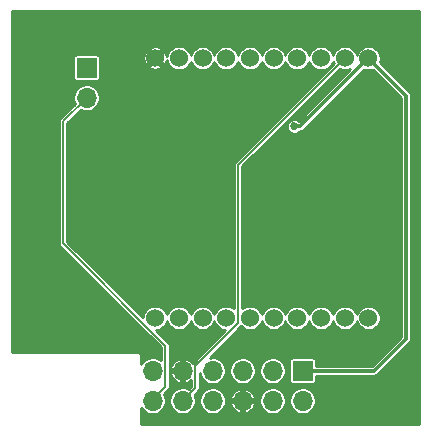
<source format=gbr>
%TF.GenerationSoftware,KiCad,Pcbnew,(5.1.10)-1*%
%TF.CreationDate,2021-09-03T10:18:15+02:00*%
%TF.ProjectId,Rpi_Adapter,5270695f-4164-4617-9074-65722e6b6963,2L_3*%
%TF.SameCoordinates,Original*%
%TF.FileFunction,Copper,L2,Bot*%
%TF.FilePolarity,Positive*%
%FSLAX46Y46*%
G04 Gerber Fmt 4.6, Leading zero omitted, Abs format (unit mm)*
G04 Created by KiCad (PCBNEW (5.1.10)-1) date 2021-09-03 10:18:15*
%MOMM*%
%LPD*%
G01*
G04 APERTURE LIST*
%TA.AperFunction,ComponentPad*%
%ADD10C,1.524000*%
%TD*%
%TA.AperFunction,ComponentPad*%
%ADD11O,1.700000X1.700000*%
%TD*%
%TA.AperFunction,ComponentPad*%
%ADD12R,1.700000X1.700000*%
%TD*%
%TA.AperFunction,ViaPad*%
%ADD13C,0.685800*%
%TD*%
%TA.AperFunction,Conductor*%
%ADD14C,0.304800*%
%TD*%
%TA.AperFunction,Conductor*%
%ADD15C,0.152400*%
%TD*%
%TA.AperFunction,Conductor*%
%ADD16C,0.254000*%
%TD*%
%TA.AperFunction,Conductor*%
%ADD17C,0.076200*%
%TD*%
G04 APERTURE END LIST*
D10*
%TO.P,H1,20*%
%TO.N,N/C*%
X175750000Y-56748200D03*
%TO.P,H1,19*%
X173743400Y-56748200D03*
%TO.P,H1,18*%
X171736800Y-56748200D03*
%TO.P,H1,17*%
X169730200Y-56748200D03*
%TO.P,H1,16*%
X167723600Y-56748200D03*
%TO.P,H1,15*%
%TO.N,Net-(H1-Pad15)*%
X165717000Y-56748200D03*
%TO.P,H1,14*%
%TO.N,N/C*%
X163710400Y-56748200D03*
%TO.P,H1,13*%
%TO.N,Net-(H1-Pad13)*%
X161703800Y-56748200D03*
%TO.P,H1,12*%
%TO.N,N/C*%
X159697200Y-56748200D03*
%TO.P,H1,11*%
X157690600Y-56748200D03*
%TO.P,H1,10*%
%TO.N,GND*%
X157690600Y-34751800D03*
%TO.P,H1,9*%
%TO.N,N/C*%
X159697200Y-34751800D03*
%TO.P,H1,8*%
X161703800Y-34751800D03*
%TO.P,H1,7*%
X163710400Y-34751800D03*
%TO.P,H1,6*%
X165717000Y-34751800D03*
%TO.P,H1,5*%
%TO.N,/~RESET*%
X167723600Y-34751800D03*
%TO.P,H1,4*%
%TO.N,N/C*%
X169730200Y-34751800D03*
%TO.P,H1,3*%
%TO.N,/UART0_Tx*%
X171736800Y-34751800D03*
%TO.P,H1,2*%
%TO.N,/UART0_Rx*%
X173743400Y-34751800D03*
%TO.P,H1,1*%
%TO.N,/3V3*%
X175750000Y-34751800D03*
%TD*%
D11*
%TO.P,SW1,2*%
%TO.N,/GPIO_18*%
X151892000Y-38100000D03*
D12*
%TO.P,SW1,1*%
%TO.N,Net-(R1-Pad1)*%
X151892000Y-35560000D03*
%TD*%
%TO.P,P1,1*%
%TO.N,/3V3*%
X170180000Y-61214000D03*
D11*
%TO.P,P1,2*%
%TO.N,/5V*%
X170180000Y-63754000D03*
%TO.P,P1,3*%
%TO.N,N/C*%
X167640000Y-61214000D03*
%TO.P,P1,4*%
%TO.N,/5V*%
X167640000Y-63754000D03*
%TO.P,P1,5*%
%TO.N,N/C*%
X165100000Y-61214000D03*
%TO.P,P1,6*%
%TO.N,GND*%
X165100000Y-63754000D03*
%TO.P,P1,7*%
%TO.N,N/C*%
X162560000Y-61214000D03*
%TO.P,P1,8*%
%TO.N,/UART0_Tx*%
X162560000Y-63754000D03*
%TO.P,P1,9*%
%TO.N,GND*%
X160020000Y-61214000D03*
%TO.P,P1,10*%
%TO.N,/UART0_Rx*%
X160020000Y-63754000D03*
%TO.P,P1,11*%
%TO.N,N/C*%
X157480000Y-61214000D03*
%TO.P,P1,12*%
%TO.N,/GPIO_18*%
X157480000Y-63754000D03*
%TD*%
D13*
%TO.N,/3V3*%
X169463720Y-40535860D03*
%TD*%
D14*
%TO.N,/3V3*%
X170180000Y-61214000D02*
X176240440Y-61214000D01*
X176240440Y-61214000D02*
X178953160Y-58501280D01*
X178953160Y-37954960D02*
X175750000Y-34751800D01*
X178953160Y-58501280D02*
X178953160Y-37954960D01*
X169965940Y-40535860D02*
X169463720Y-40535860D01*
X175750000Y-34751800D02*
X169965940Y-40535860D01*
D15*
%TO.N,/UART0_Rx*%
X164726399Y-43768801D02*
X173743400Y-34751800D01*
X164726399Y-57198291D02*
X164726399Y-43768801D01*
X161098601Y-60826089D02*
X164726399Y-57198291D01*
X161098601Y-62675399D02*
X161098601Y-60826089D01*
X160020000Y-63754000D02*
X161098601Y-62675399D01*
%TO.N,/GPIO_18*%
X157480000Y-63754000D02*
X157368240Y-63754000D01*
X158558601Y-59082291D02*
X149915880Y-50439570D01*
X158558601Y-62563639D02*
X158558601Y-59082291D01*
X157368240Y-63754000D02*
X158558601Y-62563639D01*
X149915880Y-40076120D02*
X151892000Y-38100000D01*
X149915880Y-50439570D02*
X149915880Y-40076120D01*
%TD*%
D16*
%TO.N,GND*%
X180036400Y-65736400D02*
X156513600Y-65736400D01*
X156513600Y-64340548D01*
X156602737Y-64473951D01*
X156760049Y-64631263D01*
X156945028Y-64754862D01*
X157150566Y-64839998D01*
X157368764Y-64883400D01*
X157591236Y-64883400D01*
X157809434Y-64839998D01*
X158014972Y-64754862D01*
X158199951Y-64631263D01*
X158357263Y-64473951D01*
X158480862Y-64288972D01*
X158565998Y-64083434D01*
X158609400Y-63865236D01*
X158609400Y-63642764D01*
X158565998Y-63424566D01*
X158480862Y-63219028D01*
X158450919Y-63174215D01*
X158797705Y-62827429D01*
X158811263Y-62816302D01*
X158822391Y-62802743D01*
X158822396Y-62802738D01*
X158855702Y-62762155D01*
X158888721Y-62700380D01*
X158888722Y-62700379D01*
X158909055Y-62633349D01*
X158914201Y-62581102D01*
X158914201Y-62581094D01*
X158915920Y-62563639D01*
X158914201Y-62546184D01*
X158914201Y-61506994D01*
X158981950Y-61506994D01*
X159059056Y-61703878D01*
X159173091Y-61881936D01*
X159319672Y-62034326D01*
X159493166Y-62155191D01*
X159686906Y-62239886D01*
X159727007Y-62252043D01*
X159893000Y-62227524D01*
X159893000Y-61341000D01*
X159006046Y-61341000D01*
X158981950Y-61506994D01*
X158914201Y-61506994D01*
X158914201Y-60921006D01*
X158981950Y-60921006D01*
X159006046Y-61087000D01*
X159893000Y-61087000D01*
X159893000Y-60200476D01*
X159727007Y-60175957D01*
X159686906Y-60188114D01*
X159493166Y-60272809D01*
X159319672Y-60393674D01*
X159173091Y-60546064D01*
X159059056Y-60724122D01*
X158981950Y-60921006D01*
X158914201Y-60921006D01*
X158914201Y-59099743D01*
X158915920Y-59082290D01*
X158914201Y-59064837D01*
X158914201Y-59064828D01*
X158909055Y-59012581D01*
X158888722Y-58945551D01*
X158855702Y-58883775D01*
X158850445Y-58877369D01*
X158822396Y-58843191D01*
X158822391Y-58843186D01*
X158811264Y-58829628D01*
X158797706Y-58818501D01*
X157768805Y-57789600D01*
X157793169Y-57789600D01*
X157994365Y-57749580D01*
X158183888Y-57671077D01*
X158354454Y-57557108D01*
X158499508Y-57412054D01*
X158613477Y-57241488D01*
X158691980Y-57051965D01*
X158693900Y-57042312D01*
X158695820Y-57051965D01*
X158774323Y-57241488D01*
X158888292Y-57412054D01*
X159033346Y-57557108D01*
X159203912Y-57671077D01*
X159393435Y-57749580D01*
X159594631Y-57789600D01*
X159799769Y-57789600D01*
X160000965Y-57749580D01*
X160190488Y-57671077D01*
X160361054Y-57557108D01*
X160506108Y-57412054D01*
X160620077Y-57241488D01*
X160698580Y-57051965D01*
X160700500Y-57042312D01*
X160702420Y-57051965D01*
X160780923Y-57241488D01*
X160894892Y-57412054D01*
X161039946Y-57557108D01*
X161210512Y-57671077D01*
X161400035Y-57749580D01*
X161601231Y-57789600D01*
X161806369Y-57789600D01*
X162007565Y-57749580D01*
X162197088Y-57671077D01*
X162367654Y-57557108D01*
X162512708Y-57412054D01*
X162626677Y-57241488D01*
X162705180Y-57051965D01*
X162707100Y-57042312D01*
X162709020Y-57051965D01*
X162787523Y-57241488D01*
X162901492Y-57412054D01*
X163046546Y-57557108D01*
X163217112Y-57671077D01*
X163406635Y-57749580D01*
X163607831Y-57789600D01*
X163632195Y-57789600D01*
X160870354Y-60551443D01*
X160866909Y-60546064D01*
X160720328Y-60393674D01*
X160546834Y-60272809D01*
X160353094Y-60188114D01*
X160312993Y-60175957D01*
X160147000Y-60200476D01*
X160147000Y-61087000D01*
X160167000Y-61087000D01*
X160167000Y-61341000D01*
X160147000Y-61341000D01*
X160147000Y-62227524D01*
X160312993Y-62252043D01*
X160353094Y-62239886D01*
X160546834Y-62155191D01*
X160720328Y-62034326D01*
X160743001Y-62010754D01*
X160743001Y-62528104D01*
X160528806Y-62742300D01*
X160349434Y-62668002D01*
X160131236Y-62624600D01*
X159908764Y-62624600D01*
X159690566Y-62668002D01*
X159485028Y-62753138D01*
X159300049Y-62876737D01*
X159142737Y-63034049D01*
X159019138Y-63219028D01*
X158934002Y-63424566D01*
X158890600Y-63642764D01*
X158890600Y-63865236D01*
X158934002Y-64083434D01*
X159019138Y-64288972D01*
X159142737Y-64473951D01*
X159300049Y-64631263D01*
X159485028Y-64754862D01*
X159690566Y-64839998D01*
X159908764Y-64883400D01*
X160131236Y-64883400D01*
X160349434Y-64839998D01*
X160554972Y-64754862D01*
X160739951Y-64631263D01*
X160897263Y-64473951D01*
X161020862Y-64288972D01*
X161105998Y-64083434D01*
X161149400Y-63865236D01*
X161149400Y-63642764D01*
X161430600Y-63642764D01*
X161430600Y-63865236D01*
X161474002Y-64083434D01*
X161559138Y-64288972D01*
X161682737Y-64473951D01*
X161840049Y-64631263D01*
X162025028Y-64754862D01*
X162230566Y-64839998D01*
X162448764Y-64883400D01*
X162671236Y-64883400D01*
X162889434Y-64839998D01*
X163094972Y-64754862D01*
X163279951Y-64631263D01*
X163437263Y-64473951D01*
X163560862Y-64288972D01*
X163645998Y-64083434D01*
X163653246Y-64046994D01*
X164061950Y-64046994D01*
X164139056Y-64243878D01*
X164253091Y-64421936D01*
X164399672Y-64574326D01*
X164573166Y-64695191D01*
X164766906Y-64779886D01*
X164807007Y-64792043D01*
X164973000Y-64767524D01*
X164973000Y-63881000D01*
X165227000Y-63881000D01*
X165227000Y-64767524D01*
X165392993Y-64792043D01*
X165433094Y-64779886D01*
X165626834Y-64695191D01*
X165800328Y-64574326D01*
X165946909Y-64421936D01*
X166060944Y-64243878D01*
X166138050Y-64046994D01*
X166113954Y-63881000D01*
X165227000Y-63881000D01*
X164973000Y-63881000D01*
X164086046Y-63881000D01*
X164061950Y-64046994D01*
X163653246Y-64046994D01*
X163689400Y-63865236D01*
X163689400Y-63642764D01*
X166510600Y-63642764D01*
X166510600Y-63865236D01*
X166554002Y-64083434D01*
X166639138Y-64288972D01*
X166762737Y-64473951D01*
X166920049Y-64631263D01*
X167105028Y-64754862D01*
X167310566Y-64839998D01*
X167528764Y-64883400D01*
X167751236Y-64883400D01*
X167969434Y-64839998D01*
X168174972Y-64754862D01*
X168359951Y-64631263D01*
X168517263Y-64473951D01*
X168640862Y-64288972D01*
X168725998Y-64083434D01*
X168769400Y-63865236D01*
X168769400Y-63642764D01*
X169050600Y-63642764D01*
X169050600Y-63865236D01*
X169094002Y-64083434D01*
X169179138Y-64288972D01*
X169302737Y-64473951D01*
X169460049Y-64631263D01*
X169645028Y-64754862D01*
X169850566Y-64839998D01*
X170068764Y-64883400D01*
X170291236Y-64883400D01*
X170509434Y-64839998D01*
X170714972Y-64754862D01*
X170899951Y-64631263D01*
X171057263Y-64473951D01*
X171180862Y-64288972D01*
X171265998Y-64083434D01*
X171309400Y-63865236D01*
X171309400Y-63642764D01*
X171265998Y-63424566D01*
X171180862Y-63219028D01*
X171057263Y-63034049D01*
X170899951Y-62876737D01*
X170714972Y-62753138D01*
X170509434Y-62668002D01*
X170291236Y-62624600D01*
X170068764Y-62624600D01*
X169850566Y-62668002D01*
X169645028Y-62753138D01*
X169460049Y-62876737D01*
X169302737Y-63034049D01*
X169179138Y-63219028D01*
X169094002Y-63424566D01*
X169050600Y-63642764D01*
X168769400Y-63642764D01*
X168725998Y-63424566D01*
X168640862Y-63219028D01*
X168517263Y-63034049D01*
X168359951Y-62876737D01*
X168174972Y-62753138D01*
X167969434Y-62668002D01*
X167751236Y-62624600D01*
X167528764Y-62624600D01*
X167310566Y-62668002D01*
X167105028Y-62753138D01*
X166920049Y-62876737D01*
X166762737Y-63034049D01*
X166639138Y-63219028D01*
X166554002Y-63424566D01*
X166510600Y-63642764D01*
X163689400Y-63642764D01*
X163653247Y-63461006D01*
X164061950Y-63461006D01*
X164086046Y-63627000D01*
X164973000Y-63627000D01*
X164973000Y-62740476D01*
X165227000Y-62740476D01*
X165227000Y-63627000D01*
X166113954Y-63627000D01*
X166138050Y-63461006D01*
X166060944Y-63264122D01*
X165946909Y-63086064D01*
X165800328Y-62933674D01*
X165626834Y-62812809D01*
X165433094Y-62728114D01*
X165392993Y-62715957D01*
X165227000Y-62740476D01*
X164973000Y-62740476D01*
X164807007Y-62715957D01*
X164766906Y-62728114D01*
X164573166Y-62812809D01*
X164399672Y-62933674D01*
X164253091Y-63086064D01*
X164139056Y-63264122D01*
X164061950Y-63461006D01*
X163653247Y-63461006D01*
X163645998Y-63424566D01*
X163560862Y-63219028D01*
X163437263Y-63034049D01*
X163279951Y-62876737D01*
X163094972Y-62753138D01*
X162889434Y-62668002D01*
X162671236Y-62624600D01*
X162448764Y-62624600D01*
X162230566Y-62668002D01*
X162025028Y-62753138D01*
X161840049Y-62876737D01*
X161682737Y-63034049D01*
X161559138Y-63219028D01*
X161474002Y-63424566D01*
X161430600Y-63642764D01*
X161149400Y-63642764D01*
X161105998Y-63424566D01*
X161031700Y-63245194D01*
X161337711Y-62939184D01*
X161351263Y-62928062D01*
X161362386Y-62914509D01*
X161362396Y-62914499D01*
X161395701Y-62873916D01*
X161395703Y-62873914D01*
X161428722Y-62812139D01*
X161443885Y-62762154D01*
X161449055Y-62745110D01*
X161451926Y-62715957D01*
X161454201Y-62692862D01*
X161454201Y-62692855D01*
X161455920Y-62675400D01*
X161454201Y-62657944D01*
X161454201Y-61443887D01*
X161474002Y-61543434D01*
X161559138Y-61748972D01*
X161682737Y-61933951D01*
X161840049Y-62091263D01*
X162025028Y-62214862D01*
X162230566Y-62299998D01*
X162448764Y-62343400D01*
X162671236Y-62343400D01*
X162889434Y-62299998D01*
X163094972Y-62214862D01*
X163279951Y-62091263D01*
X163437263Y-61933951D01*
X163560862Y-61748972D01*
X163645998Y-61543434D01*
X163689400Y-61325236D01*
X163689400Y-61102764D01*
X163970600Y-61102764D01*
X163970600Y-61325236D01*
X164014002Y-61543434D01*
X164099138Y-61748972D01*
X164222737Y-61933951D01*
X164380049Y-62091263D01*
X164565028Y-62214862D01*
X164770566Y-62299998D01*
X164988764Y-62343400D01*
X165211236Y-62343400D01*
X165429434Y-62299998D01*
X165634972Y-62214862D01*
X165819951Y-62091263D01*
X165977263Y-61933951D01*
X166100862Y-61748972D01*
X166185998Y-61543434D01*
X166229400Y-61325236D01*
X166229400Y-61102764D01*
X166510600Y-61102764D01*
X166510600Y-61325236D01*
X166554002Y-61543434D01*
X166639138Y-61748972D01*
X166762737Y-61933951D01*
X166920049Y-62091263D01*
X167105028Y-62214862D01*
X167310566Y-62299998D01*
X167528764Y-62343400D01*
X167751236Y-62343400D01*
X167969434Y-62299998D01*
X168174972Y-62214862D01*
X168359951Y-62091263D01*
X168517263Y-61933951D01*
X168640862Y-61748972D01*
X168725998Y-61543434D01*
X168769400Y-61325236D01*
X168769400Y-61102764D01*
X168725998Y-60884566D01*
X168640862Y-60679028D01*
X168517263Y-60494049D01*
X168359951Y-60336737D01*
X168174972Y-60213138D01*
X167969434Y-60128002D01*
X167751236Y-60084600D01*
X167528764Y-60084600D01*
X167310566Y-60128002D01*
X167105028Y-60213138D01*
X166920049Y-60336737D01*
X166762737Y-60494049D01*
X166639138Y-60679028D01*
X166554002Y-60884566D01*
X166510600Y-61102764D01*
X166229400Y-61102764D01*
X166185998Y-60884566D01*
X166100862Y-60679028D01*
X165977263Y-60494049D01*
X165819951Y-60336737D01*
X165634972Y-60213138D01*
X165429434Y-60128002D01*
X165211236Y-60084600D01*
X164988764Y-60084600D01*
X164770566Y-60128002D01*
X164565028Y-60213138D01*
X164380049Y-60336737D01*
X164222737Y-60494049D01*
X164099138Y-60679028D01*
X164014002Y-60884566D01*
X163970600Y-61102764D01*
X163689400Y-61102764D01*
X163645998Y-60884566D01*
X163560862Y-60679028D01*
X163437263Y-60494049D01*
X163279951Y-60336737D01*
X163094972Y-60213138D01*
X162889434Y-60128002D01*
X162671236Y-60084600D01*
X162448764Y-60084600D01*
X162316718Y-60110865D01*
X164961811Y-57465773D01*
X165053146Y-57557108D01*
X165223712Y-57671077D01*
X165413235Y-57749580D01*
X165614431Y-57789600D01*
X165819569Y-57789600D01*
X166020765Y-57749580D01*
X166210288Y-57671077D01*
X166380854Y-57557108D01*
X166525908Y-57412054D01*
X166639877Y-57241488D01*
X166718380Y-57051965D01*
X166720300Y-57042312D01*
X166722220Y-57051965D01*
X166800723Y-57241488D01*
X166914692Y-57412054D01*
X167059746Y-57557108D01*
X167230312Y-57671077D01*
X167419835Y-57749580D01*
X167621031Y-57789600D01*
X167826169Y-57789600D01*
X168027365Y-57749580D01*
X168216888Y-57671077D01*
X168387454Y-57557108D01*
X168532508Y-57412054D01*
X168646477Y-57241488D01*
X168724980Y-57051965D01*
X168726900Y-57042312D01*
X168728820Y-57051965D01*
X168807323Y-57241488D01*
X168921292Y-57412054D01*
X169066346Y-57557108D01*
X169236912Y-57671077D01*
X169426435Y-57749580D01*
X169627631Y-57789600D01*
X169832769Y-57789600D01*
X170033965Y-57749580D01*
X170223488Y-57671077D01*
X170394054Y-57557108D01*
X170539108Y-57412054D01*
X170653077Y-57241488D01*
X170731580Y-57051965D01*
X170733500Y-57042312D01*
X170735420Y-57051965D01*
X170813923Y-57241488D01*
X170927892Y-57412054D01*
X171072946Y-57557108D01*
X171243512Y-57671077D01*
X171433035Y-57749580D01*
X171634231Y-57789600D01*
X171839369Y-57789600D01*
X172040565Y-57749580D01*
X172230088Y-57671077D01*
X172400654Y-57557108D01*
X172545708Y-57412054D01*
X172659677Y-57241488D01*
X172738180Y-57051965D01*
X172740100Y-57042312D01*
X172742020Y-57051965D01*
X172820523Y-57241488D01*
X172934492Y-57412054D01*
X173079546Y-57557108D01*
X173250112Y-57671077D01*
X173439635Y-57749580D01*
X173640831Y-57789600D01*
X173845969Y-57789600D01*
X174047165Y-57749580D01*
X174236688Y-57671077D01*
X174407254Y-57557108D01*
X174552308Y-57412054D01*
X174666277Y-57241488D01*
X174744780Y-57051965D01*
X174746700Y-57042312D01*
X174748620Y-57051965D01*
X174827123Y-57241488D01*
X174941092Y-57412054D01*
X175086146Y-57557108D01*
X175256712Y-57671077D01*
X175446235Y-57749580D01*
X175647431Y-57789600D01*
X175852569Y-57789600D01*
X176053765Y-57749580D01*
X176243288Y-57671077D01*
X176413854Y-57557108D01*
X176558908Y-57412054D01*
X176672877Y-57241488D01*
X176751380Y-57051965D01*
X176791400Y-56850769D01*
X176791400Y-56645631D01*
X176751380Y-56444435D01*
X176672877Y-56254912D01*
X176558908Y-56084346D01*
X176413854Y-55939292D01*
X176243288Y-55825323D01*
X176053765Y-55746820D01*
X175852569Y-55706800D01*
X175647431Y-55706800D01*
X175446235Y-55746820D01*
X175256712Y-55825323D01*
X175086146Y-55939292D01*
X174941092Y-56084346D01*
X174827123Y-56254912D01*
X174748620Y-56444435D01*
X174746700Y-56454088D01*
X174744780Y-56444435D01*
X174666277Y-56254912D01*
X174552308Y-56084346D01*
X174407254Y-55939292D01*
X174236688Y-55825323D01*
X174047165Y-55746820D01*
X173845969Y-55706800D01*
X173640831Y-55706800D01*
X173439635Y-55746820D01*
X173250112Y-55825323D01*
X173079546Y-55939292D01*
X172934492Y-56084346D01*
X172820523Y-56254912D01*
X172742020Y-56444435D01*
X172740100Y-56454088D01*
X172738180Y-56444435D01*
X172659677Y-56254912D01*
X172545708Y-56084346D01*
X172400654Y-55939292D01*
X172230088Y-55825323D01*
X172040565Y-55746820D01*
X171839369Y-55706800D01*
X171634231Y-55706800D01*
X171433035Y-55746820D01*
X171243512Y-55825323D01*
X171072946Y-55939292D01*
X170927892Y-56084346D01*
X170813923Y-56254912D01*
X170735420Y-56444435D01*
X170733500Y-56454088D01*
X170731580Y-56444435D01*
X170653077Y-56254912D01*
X170539108Y-56084346D01*
X170394054Y-55939292D01*
X170223488Y-55825323D01*
X170033965Y-55746820D01*
X169832769Y-55706800D01*
X169627631Y-55706800D01*
X169426435Y-55746820D01*
X169236912Y-55825323D01*
X169066346Y-55939292D01*
X168921292Y-56084346D01*
X168807323Y-56254912D01*
X168728820Y-56444435D01*
X168726900Y-56454088D01*
X168724980Y-56444435D01*
X168646477Y-56254912D01*
X168532508Y-56084346D01*
X168387454Y-55939292D01*
X168216888Y-55825323D01*
X168027365Y-55746820D01*
X167826169Y-55706800D01*
X167621031Y-55706800D01*
X167419835Y-55746820D01*
X167230312Y-55825323D01*
X167059746Y-55939292D01*
X166914692Y-56084346D01*
X166800723Y-56254912D01*
X166722220Y-56444435D01*
X166720300Y-56454088D01*
X166718380Y-56444435D01*
X166639877Y-56254912D01*
X166525908Y-56084346D01*
X166380854Y-55939292D01*
X166210288Y-55825323D01*
X166020765Y-55746820D01*
X165819569Y-55706800D01*
X165614431Y-55706800D01*
X165413235Y-55746820D01*
X165223712Y-55825323D01*
X165081999Y-55920013D01*
X165081999Y-43916094D01*
X173301947Y-35696148D01*
X173439635Y-35753180D01*
X173640831Y-35793200D01*
X173845969Y-35793200D01*
X174047165Y-35753180D01*
X174202166Y-35688977D01*
X169847371Y-40043773D01*
X169758490Y-39984385D01*
X169645238Y-39937475D01*
X169525011Y-39913560D01*
X169402429Y-39913560D01*
X169282202Y-39937475D01*
X169168950Y-39984385D01*
X169067027Y-40052488D01*
X168980348Y-40139167D01*
X168912245Y-40241090D01*
X168865335Y-40354342D01*
X168841420Y-40474569D01*
X168841420Y-40597151D01*
X168865335Y-40717378D01*
X168912245Y-40830630D01*
X168980348Y-40932553D01*
X169067027Y-41019232D01*
X169168950Y-41087335D01*
X169282202Y-41134245D01*
X169402429Y-41158160D01*
X169525011Y-41158160D01*
X169645238Y-41134245D01*
X169758490Y-41087335D01*
X169860413Y-41019232D01*
X169911985Y-40967660D01*
X169944730Y-40967660D01*
X169965940Y-40969749D01*
X169987150Y-40967660D01*
X170050588Y-40961412D01*
X170131982Y-40936721D01*
X170206996Y-40896626D01*
X170272746Y-40842666D01*
X170286275Y-40826181D01*
X175384747Y-35727711D01*
X175446235Y-35753180D01*
X175647431Y-35793200D01*
X175852569Y-35793200D01*
X176053765Y-35753180D01*
X176115254Y-35727710D01*
X178521361Y-38133819D01*
X178521360Y-58322422D01*
X176061584Y-60782200D01*
X171310751Y-60782200D01*
X171310751Y-60364000D01*
X171305356Y-60309228D01*
X171289380Y-60256561D01*
X171263436Y-60208023D01*
X171228521Y-60165479D01*
X171185977Y-60130564D01*
X171137439Y-60104620D01*
X171084772Y-60088644D01*
X171030000Y-60083249D01*
X169330000Y-60083249D01*
X169275228Y-60088644D01*
X169222561Y-60104620D01*
X169174023Y-60130564D01*
X169131479Y-60165479D01*
X169096564Y-60208023D01*
X169070620Y-60256561D01*
X169054644Y-60309228D01*
X169049249Y-60364000D01*
X169049249Y-62064000D01*
X169054644Y-62118772D01*
X169070620Y-62171439D01*
X169096564Y-62219977D01*
X169131479Y-62262521D01*
X169174023Y-62297436D01*
X169222561Y-62323380D01*
X169275228Y-62339356D01*
X169330000Y-62344751D01*
X171030000Y-62344751D01*
X171084772Y-62339356D01*
X171137439Y-62323380D01*
X171185977Y-62297436D01*
X171228521Y-62262521D01*
X171263436Y-62219977D01*
X171289380Y-62171439D01*
X171305356Y-62118772D01*
X171310751Y-62064000D01*
X171310751Y-61645800D01*
X176219230Y-61645800D01*
X176240440Y-61647889D01*
X176261650Y-61645800D01*
X176325088Y-61639552D01*
X176406482Y-61614861D01*
X176481496Y-61574766D01*
X176547246Y-61520806D01*
X176560775Y-61504321D01*
X179243493Y-58821605D01*
X179259966Y-58808086D01*
X179313926Y-58742336D01*
X179354021Y-58667322D01*
X179378712Y-58585928D01*
X179384960Y-58522490D01*
X179384960Y-58522484D01*
X179387048Y-58501281D01*
X179384960Y-58480078D01*
X179384960Y-37976162D01*
X179387048Y-37954959D01*
X179384960Y-37933757D01*
X179384960Y-37933750D01*
X179378712Y-37870312D01*
X179354021Y-37788918D01*
X179313926Y-37713904D01*
X179259966Y-37648154D01*
X179243492Y-37634634D01*
X176725910Y-35117054D01*
X176751380Y-35055565D01*
X176791400Y-34854369D01*
X176791400Y-34649231D01*
X176751380Y-34448035D01*
X176672877Y-34258512D01*
X176558908Y-34087946D01*
X176413854Y-33942892D01*
X176243288Y-33828923D01*
X176053765Y-33750420D01*
X175852569Y-33710400D01*
X175647431Y-33710400D01*
X175446235Y-33750420D01*
X175256712Y-33828923D01*
X175086146Y-33942892D01*
X174941092Y-34087946D01*
X174827123Y-34258512D01*
X174748620Y-34448035D01*
X174746700Y-34457688D01*
X174744780Y-34448035D01*
X174666277Y-34258512D01*
X174552308Y-34087946D01*
X174407254Y-33942892D01*
X174236688Y-33828923D01*
X174047165Y-33750420D01*
X173845969Y-33710400D01*
X173640831Y-33710400D01*
X173439635Y-33750420D01*
X173250112Y-33828923D01*
X173079546Y-33942892D01*
X172934492Y-34087946D01*
X172820523Y-34258512D01*
X172742020Y-34448035D01*
X172740100Y-34457688D01*
X172738180Y-34448035D01*
X172659677Y-34258512D01*
X172545708Y-34087946D01*
X172400654Y-33942892D01*
X172230088Y-33828923D01*
X172040565Y-33750420D01*
X171839369Y-33710400D01*
X171634231Y-33710400D01*
X171433035Y-33750420D01*
X171243512Y-33828923D01*
X171072946Y-33942892D01*
X170927892Y-34087946D01*
X170813923Y-34258512D01*
X170735420Y-34448035D01*
X170733500Y-34457688D01*
X170731580Y-34448035D01*
X170653077Y-34258512D01*
X170539108Y-34087946D01*
X170394054Y-33942892D01*
X170223488Y-33828923D01*
X170033965Y-33750420D01*
X169832769Y-33710400D01*
X169627631Y-33710400D01*
X169426435Y-33750420D01*
X169236912Y-33828923D01*
X169066346Y-33942892D01*
X168921292Y-34087946D01*
X168807323Y-34258512D01*
X168728820Y-34448035D01*
X168726900Y-34457688D01*
X168724980Y-34448035D01*
X168646477Y-34258512D01*
X168532508Y-34087946D01*
X168387454Y-33942892D01*
X168216888Y-33828923D01*
X168027365Y-33750420D01*
X167826169Y-33710400D01*
X167621031Y-33710400D01*
X167419835Y-33750420D01*
X167230312Y-33828923D01*
X167059746Y-33942892D01*
X166914692Y-34087946D01*
X166800723Y-34258512D01*
X166722220Y-34448035D01*
X166720300Y-34457688D01*
X166718380Y-34448035D01*
X166639877Y-34258512D01*
X166525908Y-34087946D01*
X166380854Y-33942892D01*
X166210288Y-33828923D01*
X166020765Y-33750420D01*
X165819569Y-33710400D01*
X165614431Y-33710400D01*
X165413235Y-33750420D01*
X165223712Y-33828923D01*
X165053146Y-33942892D01*
X164908092Y-34087946D01*
X164794123Y-34258512D01*
X164715620Y-34448035D01*
X164713700Y-34457688D01*
X164711780Y-34448035D01*
X164633277Y-34258512D01*
X164519308Y-34087946D01*
X164374254Y-33942892D01*
X164203688Y-33828923D01*
X164014165Y-33750420D01*
X163812969Y-33710400D01*
X163607831Y-33710400D01*
X163406635Y-33750420D01*
X163217112Y-33828923D01*
X163046546Y-33942892D01*
X162901492Y-34087946D01*
X162787523Y-34258512D01*
X162709020Y-34448035D01*
X162707100Y-34457688D01*
X162705180Y-34448035D01*
X162626677Y-34258512D01*
X162512708Y-34087946D01*
X162367654Y-33942892D01*
X162197088Y-33828923D01*
X162007565Y-33750420D01*
X161806369Y-33710400D01*
X161601231Y-33710400D01*
X161400035Y-33750420D01*
X161210512Y-33828923D01*
X161039946Y-33942892D01*
X160894892Y-34087946D01*
X160780923Y-34258512D01*
X160702420Y-34448035D01*
X160700500Y-34457688D01*
X160698580Y-34448035D01*
X160620077Y-34258512D01*
X160506108Y-34087946D01*
X160361054Y-33942892D01*
X160190488Y-33828923D01*
X160000965Y-33750420D01*
X159799769Y-33710400D01*
X159594631Y-33710400D01*
X159393435Y-33750420D01*
X159203912Y-33828923D01*
X159033346Y-33942892D01*
X158888292Y-34087946D01*
X158774323Y-34258512D01*
X158695820Y-34448035D01*
X158667877Y-34588513D01*
X158645836Y-34471921D01*
X158572879Y-34290941D01*
X158563957Y-34274250D01*
X158437735Y-34184270D01*
X157870205Y-34751800D01*
X158437735Y-35319330D01*
X158563957Y-35229350D01*
X158640342Y-35049790D01*
X158668167Y-34916540D01*
X158695820Y-35055565D01*
X158774323Y-35245088D01*
X158888292Y-35415654D01*
X159033346Y-35560708D01*
X159203912Y-35674677D01*
X159393435Y-35753180D01*
X159594631Y-35793200D01*
X159799769Y-35793200D01*
X160000965Y-35753180D01*
X160190488Y-35674677D01*
X160361054Y-35560708D01*
X160506108Y-35415654D01*
X160620077Y-35245088D01*
X160698580Y-35055565D01*
X160700500Y-35045912D01*
X160702420Y-35055565D01*
X160780923Y-35245088D01*
X160894892Y-35415654D01*
X161039946Y-35560708D01*
X161210512Y-35674677D01*
X161400035Y-35753180D01*
X161601231Y-35793200D01*
X161806369Y-35793200D01*
X162007565Y-35753180D01*
X162197088Y-35674677D01*
X162367654Y-35560708D01*
X162512708Y-35415654D01*
X162626677Y-35245088D01*
X162705180Y-35055565D01*
X162707100Y-35045912D01*
X162709020Y-35055565D01*
X162787523Y-35245088D01*
X162901492Y-35415654D01*
X163046546Y-35560708D01*
X163217112Y-35674677D01*
X163406635Y-35753180D01*
X163607831Y-35793200D01*
X163812969Y-35793200D01*
X164014165Y-35753180D01*
X164203688Y-35674677D01*
X164374254Y-35560708D01*
X164519308Y-35415654D01*
X164633277Y-35245088D01*
X164711780Y-35055565D01*
X164713700Y-35045912D01*
X164715620Y-35055565D01*
X164794123Y-35245088D01*
X164908092Y-35415654D01*
X165053146Y-35560708D01*
X165223712Y-35674677D01*
X165413235Y-35753180D01*
X165614431Y-35793200D01*
X165819569Y-35793200D01*
X166020765Y-35753180D01*
X166210288Y-35674677D01*
X166380854Y-35560708D01*
X166525908Y-35415654D01*
X166639877Y-35245088D01*
X166718380Y-35055565D01*
X166720300Y-35045912D01*
X166722220Y-35055565D01*
X166800723Y-35245088D01*
X166914692Y-35415654D01*
X167059746Y-35560708D01*
X167230312Y-35674677D01*
X167419835Y-35753180D01*
X167621031Y-35793200D01*
X167826169Y-35793200D01*
X168027365Y-35753180D01*
X168216888Y-35674677D01*
X168387454Y-35560708D01*
X168532508Y-35415654D01*
X168646477Y-35245088D01*
X168724980Y-35055565D01*
X168726900Y-35045912D01*
X168728820Y-35055565D01*
X168807323Y-35245088D01*
X168921292Y-35415654D01*
X169066346Y-35560708D01*
X169236912Y-35674677D01*
X169426435Y-35753180D01*
X169627631Y-35793200D01*
X169832769Y-35793200D01*
X170033965Y-35753180D01*
X170223488Y-35674677D01*
X170394054Y-35560708D01*
X170539108Y-35415654D01*
X170653077Y-35245088D01*
X170731580Y-35055565D01*
X170733500Y-35045912D01*
X170735420Y-35055565D01*
X170813923Y-35245088D01*
X170927892Y-35415654D01*
X171072946Y-35560708D01*
X171243512Y-35674677D01*
X171433035Y-35753180D01*
X171634231Y-35793200D01*
X171839369Y-35793200D01*
X172040565Y-35753180D01*
X172230088Y-35674677D01*
X172400654Y-35560708D01*
X172545708Y-35415654D01*
X172659677Y-35245088D01*
X172738180Y-35055565D01*
X172740100Y-35045912D01*
X172742020Y-35055565D01*
X172799052Y-35193253D01*
X164487300Y-43505007D01*
X164473737Y-43516138D01*
X164429299Y-43570285D01*
X164412789Y-43601173D01*
X164396279Y-43632060D01*
X164375945Y-43699091D01*
X164369080Y-43768801D01*
X164370800Y-43786267D01*
X164370799Y-55936983D01*
X164203688Y-55825323D01*
X164014165Y-55746820D01*
X163812969Y-55706800D01*
X163607831Y-55706800D01*
X163406635Y-55746820D01*
X163217112Y-55825323D01*
X163046546Y-55939292D01*
X162901492Y-56084346D01*
X162787523Y-56254912D01*
X162709020Y-56444435D01*
X162707100Y-56454088D01*
X162705180Y-56444435D01*
X162626677Y-56254912D01*
X162512708Y-56084346D01*
X162367654Y-55939292D01*
X162197088Y-55825323D01*
X162007565Y-55746820D01*
X161806369Y-55706800D01*
X161601231Y-55706800D01*
X161400035Y-55746820D01*
X161210512Y-55825323D01*
X161039946Y-55939292D01*
X160894892Y-56084346D01*
X160780923Y-56254912D01*
X160702420Y-56444435D01*
X160700500Y-56454088D01*
X160698580Y-56444435D01*
X160620077Y-56254912D01*
X160506108Y-56084346D01*
X160361054Y-55939292D01*
X160190488Y-55825323D01*
X160000965Y-55746820D01*
X159799769Y-55706800D01*
X159594631Y-55706800D01*
X159393435Y-55746820D01*
X159203912Y-55825323D01*
X159033346Y-55939292D01*
X158888292Y-56084346D01*
X158774323Y-56254912D01*
X158695820Y-56444435D01*
X158693900Y-56454088D01*
X158691980Y-56444435D01*
X158613477Y-56254912D01*
X158499508Y-56084346D01*
X158354454Y-55939292D01*
X158183888Y-55825323D01*
X157994365Y-55746820D01*
X157793169Y-55706800D01*
X157588031Y-55706800D01*
X157386835Y-55746820D01*
X157197312Y-55825323D01*
X157026746Y-55939292D01*
X156881692Y-56084346D01*
X156767723Y-56254912D01*
X156689220Y-56444435D01*
X156649200Y-56645631D01*
X156649200Y-56669996D01*
X150271480Y-50292277D01*
X150271480Y-40223413D01*
X151383194Y-39111700D01*
X151562566Y-39185998D01*
X151780764Y-39229400D01*
X152003236Y-39229400D01*
X152221434Y-39185998D01*
X152426972Y-39100862D01*
X152611951Y-38977263D01*
X152769263Y-38819951D01*
X152892862Y-38634972D01*
X152977998Y-38429434D01*
X153021400Y-38211236D01*
X153021400Y-37988764D01*
X152977998Y-37770566D01*
X152892862Y-37565028D01*
X152769263Y-37380049D01*
X152611951Y-37222737D01*
X152426972Y-37099138D01*
X152221434Y-37014002D01*
X152003236Y-36970600D01*
X151780764Y-36970600D01*
X151562566Y-37014002D01*
X151357028Y-37099138D01*
X151172049Y-37222737D01*
X151014737Y-37380049D01*
X150891138Y-37565028D01*
X150806002Y-37770566D01*
X150762600Y-37988764D01*
X150762600Y-38211236D01*
X150806002Y-38429434D01*
X150880300Y-38608806D01*
X149676781Y-39812326D01*
X149663218Y-39823457D01*
X149618780Y-39877604D01*
X149602270Y-39908492D01*
X149585760Y-39939379D01*
X149565426Y-40006410D01*
X149558561Y-40076120D01*
X149560281Y-40093586D01*
X149560280Y-50422115D01*
X149558561Y-50439570D01*
X149560280Y-50457025D01*
X149560280Y-50457032D01*
X149565426Y-50509279D01*
X149585759Y-50576309D01*
X149618779Y-50638085D01*
X149663217Y-50692232D01*
X149676782Y-50703365D01*
X158203002Y-59229587D01*
X158203002Y-60339788D01*
X158199951Y-60336737D01*
X158014972Y-60213138D01*
X157809434Y-60128002D01*
X157591236Y-60084600D01*
X157368764Y-60084600D01*
X157150566Y-60128002D01*
X156945028Y-60213138D01*
X156760049Y-60336737D01*
X156602737Y-60494049D01*
X156513600Y-60627452D01*
X156513600Y-59958904D01*
X156515068Y-59944000D01*
X156509206Y-59884484D01*
X156491846Y-59827256D01*
X156463655Y-59774513D01*
X156425716Y-59728284D01*
X156379487Y-59690345D01*
X156326744Y-59662154D01*
X156269516Y-59644794D01*
X156224904Y-59640400D01*
X156210000Y-59638932D01*
X156195096Y-59640400D01*
X145553600Y-59640400D01*
X145553600Y-34710000D01*
X150761249Y-34710000D01*
X150761249Y-36410000D01*
X150766644Y-36464772D01*
X150782620Y-36517439D01*
X150808564Y-36565977D01*
X150843479Y-36608521D01*
X150886023Y-36643436D01*
X150934561Y-36669380D01*
X150987228Y-36685356D01*
X151042000Y-36690751D01*
X152742000Y-36690751D01*
X152796772Y-36685356D01*
X152849439Y-36669380D01*
X152897977Y-36643436D01*
X152940521Y-36608521D01*
X152975436Y-36565977D01*
X153001380Y-36517439D01*
X153017356Y-36464772D01*
X153022751Y-36410000D01*
X153022751Y-35498935D01*
X157123070Y-35498935D01*
X157213050Y-35625157D01*
X157392610Y-35701542D01*
X157583621Y-35741428D01*
X157778744Y-35743283D01*
X157970479Y-35707036D01*
X158151459Y-35634079D01*
X158168150Y-35625157D01*
X158258130Y-35498935D01*
X157690600Y-34931405D01*
X157123070Y-35498935D01*
X153022751Y-35498935D01*
X153022751Y-34839944D01*
X156699117Y-34839944D01*
X156735364Y-35031679D01*
X156808321Y-35212659D01*
X156817243Y-35229350D01*
X156943465Y-35319330D01*
X157510995Y-34751800D01*
X156943465Y-34184270D01*
X156817243Y-34274250D01*
X156740858Y-34453810D01*
X156700972Y-34644821D01*
X156699117Y-34839944D01*
X153022751Y-34839944D01*
X153022751Y-34710000D01*
X153017356Y-34655228D01*
X153001380Y-34602561D01*
X152975436Y-34554023D01*
X152940521Y-34511479D01*
X152897977Y-34476564D01*
X152849439Y-34450620D01*
X152796772Y-34434644D01*
X152742000Y-34429249D01*
X151042000Y-34429249D01*
X150987228Y-34434644D01*
X150934561Y-34450620D01*
X150886023Y-34476564D01*
X150843479Y-34511479D01*
X150808564Y-34554023D01*
X150782620Y-34602561D01*
X150766644Y-34655228D01*
X150761249Y-34710000D01*
X145553600Y-34710000D01*
X145553600Y-34004665D01*
X157123070Y-34004665D01*
X157690600Y-34572195D01*
X158258130Y-34004665D01*
X158168150Y-33878443D01*
X157988590Y-33802058D01*
X157797579Y-33762172D01*
X157602456Y-33760317D01*
X157410721Y-33796564D01*
X157229741Y-33869521D01*
X157213050Y-33878443D01*
X157123070Y-34004665D01*
X145553600Y-34004665D01*
X145553600Y-30783600D01*
X180036401Y-30783600D01*
X180036400Y-65736400D01*
%TA.AperFunction,Conductor*%
D17*
G36*
X180036400Y-65736400D02*
G01*
X156513600Y-65736400D01*
X156513600Y-64340548D01*
X156602737Y-64473951D01*
X156760049Y-64631263D01*
X156945028Y-64754862D01*
X157150566Y-64839998D01*
X157368764Y-64883400D01*
X157591236Y-64883400D01*
X157809434Y-64839998D01*
X158014972Y-64754862D01*
X158199951Y-64631263D01*
X158357263Y-64473951D01*
X158480862Y-64288972D01*
X158565998Y-64083434D01*
X158609400Y-63865236D01*
X158609400Y-63642764D01*
X158565998Y-63424566D01*
X158480862Y-63219028D01*
X158450919Y-63174215D01*
X158797705Y-62827429D01*
X158811263Y-62816302D01*
X158822391Y-62802743D01*
X158822396Y-62802738D01*
X158855702Y-62762155D01*
X158888721Y-62700380D01*
X158888722Y-62700379D01*
X158909055Y-62633349D01*
X158914201Y-62581102D01*
X158914201Y-62581094D01*
X158915920Y-62563639D01*
X158914201Y-62546184D01*
X158914201Y-61506994D01*
X158981950Y-61506994D01*
X159059056Y-61703878D01*
X159173091Y-61881936D01*
X159319672Y-62034326D01*
X159493166Y-62155191D01*
X159686906Y-62239886D01*
X159727007Y-62252043D01*
X159893000Y-62227524D01*
X159893000Y-61341000D01*
X159006046Y-61341000D01*
X158981950Y-61506994D01*
X158914201Y-61506994D01*
X158914201Y-60921006D01*
X158981950Y-60921006D01*
X159006046Y-61087000D01*
X159893000Y-61087000D01*
X159893000Y-60200476D01*
X159727007Y-60175957D01*
X159686906Y-60188114D01*
X159493166Y-60272809D01*
X159319672Y-60393674D01*
X159173091Y-60546064D01*
X159059056Y-60724122D01*
X158981950Y-60921006D01*
X158914201Y-60921006D01*
X158914201Y-59099743D01*
X158915920Y-59082290D01*
X158914201Y-59064837D01*
X158914201Y-59064828D01*
X158909055Y-59012581D01*
X158888722Y-58945551D01*
X158855702Y-58883775D01*
X158850445Y-58877369D01*
X158822396Y-58843191D01*
X158822391Y-58843186D01*
X158811264Y-58829628D01*
X158797706Y-58818501D01*
X157768805Y-57789600D01*
X157793169Y-57789600D01*
X157994365Y-57749580D01*
X158183888Y-57671077D01*
X158354454Y-57557108D01*
X158499508Y-57412054D01*
X158613477Y-57241488D01*
X158691980Y-57051965D01*
X158693900Y-57042312D01*
X158695820Y-57051965D01*
X158774323Y-57241488D01*
X158888292Y-57412054D01*
X159033346Y-57557108D01*
X159203912Y-57671077D01*
X159393435Y-57749580D01*
X159594631Y-57789600D01*
X159799769Y-57789600D01*
X160000965Y-57749580D01*
X160190488Y-57671077D01*
X160361054Y-57557108D01*
X160506108Y-57412054D01*
X160620077Y-57241488D01*
X160698580Y-57051965D01*
X160700500Y-57042312D01*
X160702420Y-57051965D01*
X160780923Y-57241488D01*
X160894892Y-57412054D01*
X161039946Y-57557108D01*
X161210512Y-57671077D01*
X161400035Y-57749580D01*
X161601231Y-57789600D01*
X161806369Y-57789600D01*
X162007565Y-57749580D01*
X162197088Y-57671077D01*
X162367654Y-57557108D01*
X162512708Y-57412054D01*
X162626677Y-57241488D01*
X162705180Y-57051965D01*
X162707100Y-57042312D01*
X162709020Y-57051965D01*
X162787523Y-57241488D01*
X162901492Y-57412054D01*
X163046546Y-57557108D01*
X163217112Y-57671077D01*
X163406635Y-57749580D01*
X163607831Y-57789600D01*
X163632195Y-57789600D01*
X160870354Y-60551443D01*
X160866909Y-60546064D01*
X160720328Y-60393674D01*
X160546834Y-60272809D01*
X160353094Y-60188114D01*
X160312993Y-60175957D01*
X160147000Y-60200476D01*
X160147000Y-61087000D01*
X160167000Y-61087000D01*
X160167000Y-61341000D01*
X160147000Y-61341000D01*
X160147000Y-62227524D01*
X160312993Y-62252043D01*
X160353094Y-62239886D01*
X160546834Y-62155191D01*
X160720328Y-62034326D01*
X160743001Y-62010754D01*
X160743001Y-62528104D01*
X160528806Y-62742300D01*
X160349434Y-62668002D01*
X160131236Y-62624600D01*
X159908764Y-62624600D01*
X159690566Y-62668002D01*
X159485028Y-62753138D01*
X159300049Y-62876737D01*
X159142737Y-63034049D01*
X159019138Y-63219028D01*
X158934002Y-63424566D01*
X158890600Y-63642764D01*
X158890600Y-63865236D01*
X158934002Y-64083434D01*
X159019138Y-64288972D01*
X159142737Y-64473951D01*
X159300049Y-64631263D01*
X159485028Y-64754862D01*
X159690566Y-64839998D01*
X159908764Y-64883400D01*
X160131236Y-64883400D01*
X160349434Y-64839998D01*
X160554972Y-64754862D01*
X160739951Y-64631263D01*
X160897263Y-64473951D01*
X161020862Y-64288972D01*
X161105998Y-64083434D01*
X161149400Y-63865236D01*
X161149400Y-63642764D01*
X161430600Y-63642764D01*
X161430600Y-63865236D01*
X161474002Y-64083434D01*
X161559138Y-64288972D01*
X161682737Y-64473951D01*
X161840049Y-64631263D01*
X162025028Y-64754862D01*
X162230566Y-64839998D01*
X162448764Y-64883400D01*
X162671236Y-64883400D01*
X162889434Y-64839998D01*
X163094972Y-64754862D01*
X163279951Y-64631263D01*
X163437263Y-64473951D01*
X163560862Y-64288972D01*
X163645998Y-64083434D01*
X163653246Y-64046994D01*
X164061950Y-64046994D01*
X164139056Y-64243878D01*
X164253091Y-64421936D01*
X164399672Y-64574326D01*
X164573166Y-64695191D01*
X164766906Y-64779886D01*
X164807007Y-64792043D01*
X164973000Y-64767524D01*
X164973000Y-63881000D01*
X165227000Y-63881000D01*
X165227000Y-64767524D01*
X165392993Y-64792043D01*
X165433094Y-64779886D01*
X165626834Y-64695191D01*
X165800328Y-64574326D01*
X165946909Y-64421936D01*
X166060944Y-64243878D01*
X166138050Y-64046994D01*
X166113954Y-63881000D01*
X165227000Y-63881000D01*
X164973000Y-63881000D01*
X164086046Y-63881000D01*
X164061950Y-64046994D01*
X163653246Y-64046994D01*
X163689400Y-63865236D01*
X163689400Y-63642764D01*
X166510600Y-63642764D01*
X166510600Y-63865236D01*
X166554002Y-64083434D01*
X166639138Y-64288972D01*
X166762737Y-64473951D01*
X166920049Y-64631263D01*
X167105028Y-64754862D01*
X167310566Y-64839998D01*
X167528764Y-64883400D01*
X167751236Y-64883400D01*
X167969434Y-64839998D01*
X168174972Y-64754862D01*
X168359951Y-64631263D01*
X168517263Y-64473951D01*
X168640862Y-64288972D01*
X168725998Y-64083434D01*
X168769400Y-63865236D01*
X168769400Y-63642764D01*
X169050600Y-63642764D01*
X169050600Y-63865236D01*
X169094002Y-64083434D01*
X169179138Y-64288972D01*
X169302737Y-64473951D01*
X169460049Y-64631263D01*
X169645028Y-64754862D01*
X169850566Y-64839998D01*
X170068764Y-64883400D01*
X170291236Y-64883400D01*
X170509434Y-64839998D01*
X170714972Y-64754862D01*
X170899951Y-64631263D01*
X171057263Y-64473951D01*
X171180862Y-64288972D01*
X171265998Y-64083434D01*
X171309400Y-63865236D01*
X171309400Y-63642764D01*
X171265998Y-63424566D01*
X171180862Y-63219028D01*
X171057263Y-63034049D01*
X170899951Y-62876737D01*
X170714972Y-62753138D01*
X170509434Y-62668002D01*
X170291236Y-62624600D01*
X170068764Y-62624600D01*
X169850566Y-62668002D01*
X169645028Y-62753138D01*
X169460049Y-62876737D01*
X169302737Y-63034049D01*
X169179138Y-63219028D01*
X169094002Y-63424566D01*
X169050600Y-63642764D01*
X168769400Y-63642764D01*
X168725998Y-63424566D01*
X168640862Y-63219028D01*
X168517263Y-63034049D01*
X168359951Y-62876737D01*
X168174972Y-62753138D01*
X167969434Y-62668002D01*
X167751236Y-62624600D01*
X167528764Y-62624600D01*
X167310566Y-62668002D01*
X167105028Y-62753138D01*
X166920049Y-62876737D01*
X166762737Y-63034049D01*
X166639138Y-63219028D01*
X166554002Y-63424566D01*
X166510600Y-63642764D01*
X163689400Y-63642764D01*
X163653247Y-63461006D01*
X164061950Y-63461006D01*
X164086046Y-63627000D01*
X164973000Y-63627000D01*
X164973000Y-62740476D01*
X165227000Y-62740476D01*
X165227000Y-63627000D01*
X166113954Y-63627000D01*
X166138050Y-63461006D01*
X166060944Y-63264122D01*
X165946909Y-63086064D01*
X165800328Y-62933674D01*
X165626834Y-62812809D01*
X165433094Y-62728114D01*
X165392993Y-62715957D01*
X165227000Y-62740476D01*
X164973000Y-62740476D01*
X164807007Y-62715957D01*
X164766906Y-62728114D01*
X164573166Y-62812809D01*
X164399672Y-62933674D01*
X164253091Y-63086064D01*
X164139056Y-63264122D01*
X164061950Y-63461006D01*
X163653247Y-63461006D01*
X163645998Y-63424566D01*
X163560862Y-63219028D01*
X163437263Y-63034049D01*
X163279951Y-62876737D01*
X163094972Y-62753138D01*
X162889434Y-62668002D01*
X162671236Y-62624600D01*
X162448764Y-62624600D01*
X162230566Y-62668002D01*
X162025028Y-62753138D01*
X161840049Y-62876737D01*
X161682737Y-63034049D01*
X161559138Y-63219028D01*
X161474002Y-63424566D01*
X161430600Y-63642764D01*
X161149400Y-63642764D01*
X161105998Y-63424566D01*
X161031700Y-63245194D01*
X161337711Y-62939184D01*
X161351263Y-62928062D01*
X161362386Y-62914509D01*
X161362396Y-62914499D01*
X161395701Y-62873916D01*
X161395703Y-62873914D01*
X161428722Y-62812139D01*
X161443885Y-62762154D01*
X161449055Y-62745110D01*
X161451926Y-62715957D01*
X161454201Y-62692862D01*
X161454201Y-62692855D01*
X161455920Y-62675400D01*
X161454201Y-62657944D01*
X161454201Y-61443887D01*
X161474002Y-61543434D01*
X161559138Y-61748972D01*
X161682737Y-61933951D01*
X161840049Y-62091263D01*
X162025028Y-62214862D01*
X162230566Y-62299998D01*
X162448764Y-62343400D01*
X162671236Y-62343400D01*
X162889434Y-62299998D01*
X163094972Y-62214862D01*
X163279951Y-62091263D01*
X163437263Y-61933951D01*
X163560862Y-61748972D01*
X163645998Y-61543434D01*
X163689400Y-61325236D01*
X163689400Y-61102764D01*
X163970600Y-61102764D01*
X163970600Y-61325236D01*
X164014002Y-61543434D01*
X164099138Y-61748972D01*
X164222737Y-61933951D01*
X164380049Y-62091263D01*
X164565028Y-62214862D01*
X164770566Y-62299998D01*
X164988764Y-62343400D01*
X165211236Y-62343400D01*
X165429434Y-62299998D01*
X165634972Y-62214862D01*
X165819951Y-62091263D01*
X165977263Y-61933951D01*
X166100862Y-61748972D01*
X166185998Y-61543434D01*
X166229400Y-61325236D01*
X166229400Y-61102764D01*
X166510600Y-61102764D01*
X166510600Y-61325236D01*
X166554002Y-61543434D01*
X166639138Y-61748972D01*
X166762737Y-61933951D01*
X166920049Y-62091263D01*
X167105028Y-62214862D01*
X167310566Y-62299998D01*
X167528764Y-62343400D01*
X167751236Y-62343400D01*
X167969434Y-62299998D01*
X168174972Y-62214862D01*
X168359951Y-62091263D01*
X168517263Y-61933951D01*
X168640862Y-61748972D01*
X168725998Y-61543434D01*
X168769400Y-61325236D01*
X168769400Y-61102764D01*
X168725998Y-60884566D01*
X168640862Y-60679028D01*
X168517263Y-60494049D01*
X168359951Y-60336737D01*
X168174972Y-60213138D01*
X167969434Y-60128002D01*
X167751236Y-60084600D01*
X167528764Y-60084600D01*
X167310566Y-60128002D01*
X167105028Y-60213138D01*
X166920049Y-60336737D01*
X166762737Y-60494049D01*
X166639138Y-60679028D01*
X166554002Y-60884566D01*
X166510600Y-61102764D01*
X166229400Y-61102764D01*
X166185998Y-60884566D01*
X166100862Y-60679028D01*
X165977263Y-60494049D01*
X165819951Y-60336737D01*
X165634972Y-60213138D01*
X165429434Y-60128002D01*
X165211236Y-60084600D01*
X164988764Y-60084600D01*
X164770566Y-60128002D01*
X164565028Y-60213138D01*
X164380049Y-60336737D01*
X164222737Y-60494049D01*
X164099138Y-60679028D01*
X164014002Y-60884566D01*
X163970600Y-61102764D01*
X163689400Y-61102764D01*
X163645998Y-60884566D01*
X163560862Y-60679028D01*
X163437263Y-60494049D01*
X163279951Y-60336737D01*
X163094972Y-60213138D01*
X162889434Y-60128002D01*
X162671236Y-60084600D01*
X162448764Y-60084600D01*
X162316718Y-60110865D01*
X164961811Y-57465773D01*
X165053146Y-57557108D01*
X165223712Y-57671077D01*
X165413235Y-57749580D01*
X165614431Y-57789600D01*
X165819569Y-57789600D01*
X166020765Y-57749580D01*
X166210288Y-57671077D01*
X166380854Y-57557108D01*
X166525908Y-57412054D01*
X166639877Y-57241488D01*
X166718380Y-57051965D01*
X166720300Y-57042312D01*
X166722220Y-57051965D01*
X166800723Y-57241488D01*
X166914692Y-57412054D01*
X167059746Y-57557108D01*
X167230312Y-57671077D01*
X167419835Y-57749580D01*
X167621031Y-57789600D01*
X167826169Y-57789600D01*
X168027365Y-57749580D01*
X168216888Y-57671077D01*
X168387454Y-57557108D01*
X168532508Y-57412054D01*
X168646477Y-57241488D01*
X168724980Y-57051965D01*
X168726900Y-57042312D01*
X168728820Y-57051965D01*
X168807323Y-57241488D01*
X168921292Y-57412054D01*
X169066346Y-57557108D01*
X169236912Y-57671077D01*
X169426435Y-57749580D01*
X169627631Y-57789600D01*
X169832769Y-57789600D01*
X170033965Y-57749580D01*
X170223488Y-57671077D01*
X170394054Y-57557108D01*
X170539108Y-57412054D01*
X170653077Y-57241488D01*
X170731580Y-57051965D01*
X170733500Y-57042312D01*
X170735420Y-57051965D01*
X170813923Y-57241488D01*
X170927892Y-57412054D01*
X171072946Y-57557108D01*
X171243512Y-57671077D01*
X171433035Y-57749580D01*
X171634231Y-57789600D01*
X171839369Y-57789600D01*
X172040565Y-57749580D01*
X172230088Y-57671077D01*
X172400654Y-57557108D01*
X172545708Y-57412054D01*
X172659677Y-57241488D01*
X172738180Y-57051965D01*
X172740100Y-57042312D01*
X172742020Y-57051965D01*
X172820523Y-57241488D01*
X172934492Y-57412054D01*
X173079546Y-57557108D01*
X173250112Y-57671077D01*
X173439635Y-57749580D01*
X173640831Y-57789600D01*
X173845969Y-57789600D01*
X174047165Y-57749580D01*
X174236688Y-57671077D01*
X174407254Y-57557108D01*
X174552308Y-57412054D01*
X174666277Y-57241488D01*
X174744780Y-57051965D01*
X174746700Y-57042312D01*
X174748620Y-57051965D01*
X174827123Y-57241488D01*
X174941092Y-57412054D01*
X175086146Y-57557108D01*
X175256712Y-57671077D01*
X175446235Y-57749580D01*
X175647431Y-57789600D01*
X175852569Y-57789600D01*
X176053765Y-57749580D01*
X176243288Y-57671077D01*
X176413854Y-57557108D01*
X176558908Y-57412054D01*
X176672877Y-57241488D01*
X176751380Y-57051965D01*
X176791400Y-56850769D01*
X176791400Y-56645631D01*
X176751380Y-56444435D01*
X176672877Y-56254912D01*
X176558908Y-56084346D01*
X176413854Y-55939292D01*
X176243288Y-55825323D01*
X176053765Y-55746820D01*
X175852569Y-55706800D01*
X175647431Y-55706800D01*
X175446235Y-55746820D01*
X175256712Y-55825323D01*
X175086146Y-55939292D01*
X174941092Y-56084346D01*
X174827123Y-56254912D01*
X174748620Y-56444435D01*
X174746700Y-56454088D01*
X174744780Y-56444435D01*
X174666277Y-56254912D01*
X174552308Y-56084346D01*
X174407254Y-55939292D01*
X174236688Y-55825323D01*
X174047165Y-55746820D01*
X173845969Y-55706800D01*
X173640831Y-55706800D01*
X173439635Y-55746820D01*
X173250112Y-55825323D01*
X173079546Y-55939292D01*
X172934492Y-56084346D01*
X172820523Y-56254912D01*
X172742020Y-56444435D01*
X172740100Y-56454088D01*
X172738180Y-56444435D01*
X172659677Y-56254912D01*
X172545708Y-56084346D01*
X172400654Y-55939292D01*
X172230088Y-55825323D01*
X172040565Y-55746820D01*
X171839369Y-55706800D01*
X171634231Y-55706800D01*
X171433035Y-55746820D01*
X171243512Y-55825323D01*
X171072946Y-55939292D01*
X170927892Y-56084346D01*
X170813923Y-56254912D01*
X170735420Y-56444435D01*
X170733500Y-56454088D01*
X170731580Y-56444435D01*
X170653077Y-56254912D01*
X170539108Y-56084346D01*
X170394054Y-55939292D01*
X170223488Y-55825323D01*
X170033965Y-55746820D01*
X169832769Y-55706800D01*
X169627631Y-55706800D01*
X169426435Y-55746820D01*
X169236912Y-55825323D01*
X169066346Y-55939292D01*
X168921292Y-56084346D01*
X168807323Y-56254912D01*
X168728820Y-56444435D01*
X168726900Y-56454088D01*
X168724980Y-56444435D01*
X168646477Y-56254912D01*
X168532508Y-56084346D01*
X168387454Y-55939292D01*
X168216888Y-55825323D01*
X168027365Y-55746820D01*
X167826169Y-55706800D01*
X167621031Y-55706800D01*
X167419835Y-55746820D01*
X167230312Y-55825323D01*
X167059746Y-55939292D01*
X166914692Y-56084346D01*
X166800723Y-56254912D01*
X166722220Y-56444435D01*
X166720300Y-56454088D01*
X166718380Y-56444435D01*
X166639877Y-56254912D01*
X166525908Y-56084346D01*
X166380854Y-55939292D01*
X166210288Y-55825323D01*
X166020765Y-55746820D01*
X165819569Y-55706800D01*
X165614431Y-55706800D01*
X165413235Y-55746820D01*
X165223712Y-55825323D01*
X165081999Y-55920013D01*
X165081999Y-43916094D01*
X173301947Y-35696148D01*
X173439635Y-35753180D01*
X173640831Y-35793200D01*
X173845969Y-35793200D01*
X174047165Y-35753180D01*
X174202166Y-35688977D01*
X169847371Y-40043773D01*
X169758490Y-39984385D01*
X169645238Y-39937475D01*
X169525011Y-39913560D01*
X169402429Y-39913560D01*
X169282202Y-39937475D01*
X169168950Y-39984385D01*
X169067027Y-40052488D01*
X168980348Y-40139167D01*
X168912245Y-40241090D01*
X168865335Y-40354342D01*
X168841420Y-40474569D01*
X168841420Y-40597151D01*
X168865335Y-40717378D01*
X168912245Y-40830630D01*
X168980348Y-40932553D01*
X169067027Y-41019232D01*
X169168950Y-41087335D01*
X169282202Y-41134245D01*
X169402429Y-41158160D01*
X169525011Y-41158160D01*
X169645238Y-41134245D01*
X169758490Y-41087335D01*
X169860413Y-41019232D01*
X169911985Y-40967660D01*
X169944730Y-40967660D01*
X169965940Y-40969749D01*
X169987150Y-40967660D01*
X170050588Y-40961412D01*
X170131982Y-40936721D01*
X170206996Y-40896626D01*
X170272746Y-40842666D01*
X170286275Y-40826181D01*
X175384747Y-35727711D01*
X175446235Y-35753180D01*
X175647431Y-35793200D01*
X175852569Y-35793200D01*
X176053765Y-35753180D01*
X176115254Y-35727710D01*
X178521361Y-38133819D01*
X178521360Y-58322422D01*
X176061584Y-60782200D01*
X171310751Y-60782200D01*
X171310751Y-60364000D01*
X171305356Y-60309228D01*
X171289380Y-60256561D01*
X171263436Y-60208023D01*
X171228521Y-60165479D01*
X171185977Y-60130564D01*
X171137439Y-60104620D01*
X171084772Y-60088644D01*
X171030000Y-60083249D01*
X169330000Y-60083249D01*
X169275228Y-60088644D01*
X169222561Y-60104620D01*
X169174023Y-60130564D01*
X169131479Y-60165479D01*
X169096564Y-60208023D01*
X169070620Y-60256561D01*
X169054644Y-60309228D01*
X169049249Y-60364000D01*
X169049249Y-62064000D01*
X169054644Y-62118772D01*
X169070620Y-62171439D01*
X169096564Y-62219977D01*
X169131479Y-62262521D01*
X169174023Y-62297436D01*
X169222561Y-62323380D01*
X169275228Y-62339356D01*
X169330000Y-62344751D01*
X171030000Y-62344751D01*
X171084772Y-62339356D01*
X171137439Y-62323380D01*
X171185977Y-62297436D01*
X171228521Y-62262521D01*
X171263436Y-62219977D01*
X171289380Y-62171439D01*
X171305356Y-62118772D01*
X171310751Y-62064000D01*
X171310751Y-61645800D01*
X176219230Y-61645800D01*
X176240440Y-61647889D01*
X176261650Y-61645800D01*
X176325088Y-61639552D01*
X176406482Y-61614861D01*
X176481496Y-61574766D01*
X176547246Y-61520806D01*
X176560775Y-61504321D01*
X179243493Y-58821605D01*
X179259966Y-58808086D01*
X179313926Y-58742336D01*
X179354021Y-58667322D01*
X179378712Y-58585928D01*
X179384960Y-58522490D01*
X179384960Y-58522484D01*
X179387048Y-58501281D01*
X179384960Y-58480078D01*
X179384960Y-37976162D01*
X179387048Y-37954959D01*
X179384960Y-37933757D01*
X179384960Y-37933750D01*
X179378712Y-37870312D01*
X179354021Y-37788918D01*
X179313926Y-37713904D01*
X179259966Y-37648154D01*
X179243492Y-37634634D01*
X176725910Y-35117054D01*
X176751380Y-35055565D01*
X176791400Y-34854369D01*
X176791400Y-34649231D01*
X176751380Y-34448035D01*
X176672877Y-34258512D01*
X176558908Y-34087946D01*
X176413854Y-33942892D01*
X176243288Y-33828923D01*
X176053765Y-33750420D01*
X175852569Y-33710400D01*
X175647431Y-33710400D01*
X175446235Y-33750420D01*
X175256712Y-33828923D01*
X175086146Y-33942892D01*
X174941092Y-34087946D01*
X174827123Y-34258512D01*
X174748620Y-34448035D01*
X174746700Y-34457688D01*
X174744780Y-34448035D01*
X174666277Y-34258512D01*
X174552308Y-34087946D01*
X174407254Y-33942892D01*
X174236688Y-33828923D01*
X174047165Y-33750420D01*
X173845969Y-33710400D01*
X173640831Y-33710400D01*
X173439635Y-33750420D01*
X173250112Y-33828923D01*
X173079546Y-33942892D01*
X172934492Y-34087946D01*
X172820523Y-34258512D01*
X172742020Y-34448035D01*
X172740100Y-34457688D01*
X172738180Y-34448035D01*
X172659677Y-34258512D01*
X172545708Y-34087946D01*
X172400654Y-33942892D01*
X172230088Y-33828923D01*
X172040565Y-33750420D01*
X171839369Y-33710400D01*
X171634231Y-33710400D01*
X171433035Y-33750420D01*
X171243512Y-33828923D01*
X171072946Y-33942892D01*
X170927892Y-34087946D01*
X170813923Y-34258512D01*
X170735420Y-34448035D01*
X170733500Y-34457688D01*
X170731580Y-34448035D01*
X170653077Y-34258512D01*
X170539108Y-34087946D01*
X170394054Y-33942892D01*
X170223488Y-33828923D01*
X170033965Y-33750420D01*
X169832769Y-33710400D01*
X169627631Y-33710400D01*
X169426435Y-33750420D01*
X169236912Y-33828923D01*
X169066346Y-33942892D01*
X168921292Y-34087946D01*
X168807323Y-34258512D01*
X168728820Y-34448035D01*
X168726900Y-34457688D01*
X168724980Y-34448035D01*
X168646477Y-34258512D01*
X168532508Y-34087946D01*
X168387454Y-33942892D01*
X168216888Y-33828923D01*
X168027365Y-33750420D01*
X167826169Y-33710400D01*
X167621031Y-33710400D01*
X167419835Y-33750420D01*
X167230312Y-33828923D01*
X167059746Y-33942892D01*
X166914692Y-34087946D01*
X166800723Y-34258512D01*
X166722220Y-34448035D01*
X166720300Y-34457688D01*
X166718380Y-34448035D01*
X166639877Y-34258512D01*
X166525908Y-34087946D01*
X166380854Y-33942892D01*
X166210288Y-33828923D01*
X166020765Y-33750420D01*
X165819569Y-33710400D01*
X165614431Y-33710400D01*
X165413235Y-33750420D01*
X165223712Y-33828923D01*
X165053146Y-33942892D01*
X164908092Y-34087946D01*
X164794123Y-34258512D01*
X164715620Y-34448035D01*
X164713700Y-34457688D01*
X164711780Y-34448035D01*
X164633277Y-34258512D01*
X164519308Y-34087946D01*
X164374254Y-33942892D01*
X164203688Y-33828923D01*
X164014165Y-33750420D01*
X163812969Y-33710400D01*
X163607831Y-33710400D01*
X163406635Y-33750420D01*
X163217112Y-33828923D01*
X163046546Y-33942892D01*
X162901492Y-34087946D01*
X162787523Y-34258512D01*
X162709020Y-34448035D01*
X162707100Y-34457688D01*
X162705180Y-34448035D01*
X162626677Y-34258512D01*
X162512708Y-34087946D01*
X162367654Y-33942892D01*
X162197088Y-33828923D01*
X162007565Y-33750420D01*
X161806369Y-33710400D01*
X161601231Y-33710400D01*
X161400035Y-33750420D01*
X161210512Y-33828923D01*
X161039946Y-33942892D01*
X160894892Y-34087946D01*
X160780923Y-34258512D01*
X160702420Y-34448035D01*
X160700500Y-34457688D01*
X160698580Y-34448035D01*
X160620077Y-34258512D01*
X160506108Y-34087946D01*
X160361054Y-33942892D01*
X160190488Y-33828923D01*
X160000965Y-33750420D01*
X159799769Y-33710400D01*
X159594631Y-33710400D01*
X159393435Y-33750420D01*
X159203912Y-33828923D01*
X159033346Y-33942892D01*
X158888292Y-34087946D01*
X158774323Y-34258512D01*
X158695820Y-34448035D01*
X158667877Y-34588513D01*
X158645836Y-34471921D01*
X158572879Y-34290941D01*
X158563957Y-34274250D01*
X158437735Y-34184270D01*
X157870205Y-34751800D01*
X158437735Y-35319330D01*
X158563957Y-35229350D01*
X158640342Y-35049790D01*
X158668167Y-34916540D01*
X158695820Y-35055565D01*
X158774323Y-35245088D01*
X158888292Y-35415654D01*
X159033346Y-35560708D01*
X159203912Y-35674677D01*
X159393435Y-35753180D01*
X159594631Y-35793200D01*
X159799769Y-35793200D01*
X160000965Y-35753180D01*
X160190488Y-35674677D01*
X160361054Y-35560708D01*
X160506108Y-35415654D01*
X160620077Y-35245088D01*
X160698580Y-35055565D01*
X160700500Y-35045912D01*
X160702420Y-35055565D01*
X160780923Y-35245088D01*
X160894892Y-35415654D01*
X161039946Y-35560708D01*
X161210512Y-35674677D01*
X161400035Y-35753180D01*
X161601231Y-35793200D01*
X161806369Y-35793200D01*
X162007565Y-35753180D01*
X162197088Y-35674677D01*
X162367654Y-35560708D01*
X162512708Y-35415654D01*
X162626677Y-35245088D01*
X162705180Y-35055565D01*
X162707100Y-35045912D01*
X162709020Y-35055565D01*
X162787523Y-35245088D01*
X162901492Y-35415654D01*
X163046546Y-35560708D01*
X163217112Y-35674677D01*
X163406635Y-35753180D01*
X163607831Y-35793200D01*
X163812969Y-35793200D01*
X164014165Y-35753180D01*
X164203688Y-35674677D01*
X164374254Y-35560708D01*
X164519308Y-35415654D01*
X164633277Y-35245088D01*
X164711780Y-35055565D01*
X164713700Y-35045912D01*
X164715620Y-35055565D01*
X164794123Y-35245088D01*
X164908092Y-35415654D01*
X165053146Y-35560708D01*
X165223712Y-35674677D01*
X165413235Y-35753180D01*
X165614431Y-35793200D01*
X165819569Y-35793200D01*
X166020765Y-35753180D01*
X166210288Y-35674677D01*
X166380854Y-35560708D01*
X166525908Y-35415654D01*
X166639877Y-35245088D01*
X166718380Y-35055565D01*
X166720300Y-35045912D01*
X166722220Y-35055565D01*
X166800723Y-35245088D01*
X166914692Y-35415654D01*
X167059746Y-35560708D01*
X167230312Y-35674677D01*
X167419835Y-35753180D01*
X167621031Y-35793200D01*
X167826169Y-35793200D01*
X168027365Y-35753180D01*
X168216888Y-35674677D01*
X168387454Y-35560708D01*
X168532508Y-35415654D01*
X168646477Y-35245088D01*
X168724980Y-35055565D01*
X168726900Y-35045912D01*
X168728820Y-35055565D01*
X168807323Y-35245088D01*
X168921292Y-35415654D01*
X169066346Y-35560708D01*
X169236912Y-35674677D01*
X169426435Y-35753180D01*
X169627631Y-35793200D01*
X169832769Y-35793200D01*
X170033965Y-35753180D01*
X170223488Y-35674677D01*
X170394054Y-35560708D01*
X170539108Y-35415654D01*
X170653077Y-35245088D01*
X170731580Y-35055565D01*
X170733500Y-35045912D01*
X170735420Y-35055565D01*
X170813923Y-35245088D01*
X170927892Y-35415654D01*
X171072946Y-35560708D01*
X171243512Y-35674677D01*
X171433035Y-35753180D01*
X171634231Y-35793200D01*
X171839369Y-35793200D01*
X172040565Y-35753180D01*
X172230088Y-35674677D01*
X172400654Y-35560708D01*
X172545708Y-35415654D01*
X172659677Y-35245088D01*
X172738180Y-35055565D01*
X172740100Y-35045912D01*
X172742020Y-35055565D01*
X172799052Y-35193253D01*
X164487300Y-43505007D01*
X164473737Y-43516138D01*
X164429299Y-43570285D01*
X164412789Y-43601173D01*
X164396279Y-43632060D01*
X164375945Y-43699091D01*
X164369080Y-43768801D01*
X164370800Y-43786267D01*
X164370799Y-55936983D01*
X164203688Y-55825323D01*
X164014165Y-55746820D01*
X163812969Y-55706800D01*
X163607831Y-55706800D01*
X163406635Y-55746820D01*
X163217112Y-55825323D01*
X163046546Y-55939292D01*
X162901492Y-56084346D01*
X162787523Y-56254912D01*
X162709020Y-56444435D01*
X162707100Y-56454088D01*
X162705180Y-56444435D01*
X162626677Y-56254912D01*
X162512708Y-56084346D01*
X162367654Y-55939292D01*
X162197088Y-55825323D01*
X162007565Y-55746820D01*
X161806369Y-55706800D01*
X161601231Y-55706800D01*
X161400035Y-55746820D01*
X161210512Y-55825323D01*
X161039946Y-55939292D01*
X160894892Y-56084346D01*
X160780923Y-56254912D01*
X160702420Y-56444435D01*
X160700500Y-56454088D01*
X160698580Y-56444435D01*
X160620077Y-56254912D01*
X160506108Y-56084346D01*
X160361054Y-55939292D01*
X160190488Y-55825323D01*
X160000965Y-55746820D01*
X159799769Y-55706800D01*
X159594631Y-55706800D01*
X159393435Y-55746820D01*
X159203912Y-55825323D01*
X159033346Y-55939292D01*
X158888292Y-56084346D01*
X158774323Y-56254912D01*
X158695820Y-56444435D01*
X158693900Y-56454088D01*
X158691980Y-56444435D01*
X158613477Y-56254912D01*
X158499508Y-56084346D01*
X158354454Y-55939292D01*
X158183888Y-55825323D01*
X157994365Y-55746820D01*
X157793169Y-55706800D01*
X157588031Y-55706800D01*
X157386835Y-55746820D01*
X157197312Y-55825323D01*
X157026746Y-55939292D01*
X156881692Y-56084346D01*
X156767723Y-56254912D01*
X156689220Y-56444435D01*
X156649200Y-56645631D01*
X156649200Y-56669996D01*
X150271480Y-50292277D01*
X150271480Y-40223413D01*
X151383194Y-39111700D01*
X151562566Y-39185998D01*
X151780764Y-39229400D01*
X152003236Y-39229400D01*
X152221434Y-39185998D01*
X152426972Y-39100862D01*
X152611951Y-38977263D01*
X152769263Y-38819951D01*
X152892862Y-38634972D01*
X152977998Y-38429434D01*
X153021400Y-38211236D01*
X153021400Y-37988764D01*
X152977998Y-37770566D01*
X152892862Y-37565028D01*
X152769263Y-37380049D01*
X152611951Y-37222737D01*
X152426972Y-37099138D01*
X152221434Y-37014002D01*
X152003236Y-36970600D01*
X151780764Y-36970600D01*
X151562566Y-37014002D01*
X151357028Y-37099138D01*
X151172049Y-37222737D01*
X151014737Y-37380049D01*
X150891138Y-37565028D01*
X150806002Y-37770566D01*
X150762600Y-37988764D01*
X150762600Y-38211236D01*
X150806002Y-38429434D01*
X150880300Y-38608806D01*
X149676781Y-39812326D01*
X149663218Y-39823457D01*
X149618780Y-39877604D01*
X149602270Y-39908492D01*
X149585760Y-39939379D01*
X149565426Y-40006410D01*
X149558561Y-40076120D01*
X149560281Y-40093586D01*
X149560280Y-50422115D01*
X149558561Y-50439570D01*
X149560280Y-50457025D01*
X149560280Y-50457032D01*
X149565426Y-50509279D01*
X149585759Y-50576309D01*
X149618779Y-50638085D01*
X149663217Y-50692232D01*
X149676782Y-50703365D01*
X158203002Y-59229587D01*
X158203002Y-60339788D01*
X158199951Y-60336737D01*
X158014972Y-60213138D01*
X157809434Y-60128002D01*
X157591236Y-60084600D01*
X157368764Y-60084600D01*
X157150566Y-60128002D01*
X156945028Y-60213138D01*
X156760049Y-60336737D01*
X156602737Y-60494049D01*
X156513600Y-60627452D01*
X156513600Y-59958904D01*
X156515068Y-59944000D01*
X156509206Y-59884484D01*
X156491846Y-59827256D01*
X156463655Y-59774513D01*
X156425716Y-59728284D01*
X156379487Y-59690345D01*
X156326744Y-59662154D01*
X156269516Y-59644794D01*
X156224904Y-59640400D01*
X156210000Y-59638932D01*
X156195096Y-59640400D01*
X145553600Y-59640400D01*
X145553600Y-34710000D01*
X150761249Y-34710000D01*
X150761249Y-36410000D01*
X150766644Y-36464772D01*
X150782620Y-36517439D01*
X150808564Y-36565977D01*
X150843479Y-36608521D01*
X150886023Y-36643436D01*
X150934561Y-36669380D01*
X150987228Y-36685356D01*
X151042000Y-36690751D01*
X152742000Y-36690751D01*
X152796772Y-36685356D01*
X152849439Y-36669380D01*
X152897977Y-36643436D01*
X152940521Y-36608521D01*
X152975436Y-36565977D01*
X153001380Y-36517439D01*
X153017356Y-36464772D01*
X153022751Y-36410000D01*
X153022751Y-35498935D01*
X157123070Y-35498935D01*
X157213050Y-35625157D01*
X157392610Y-35701542D01*
X157583621Y-35741428D01*
X157778744Y-35743283D01*
X157970479Y-35707036D01*
X158151459Y-35634079D01*
X158168150Y-35625157D01*
X158258130Y-35498935D01*
X157690600Y-34931405D01*
X157123070Y-35498935D01*
X153022751Y-35498935D01*
X153022751Y-34839944D01*
X156699117Y-34839944D01*
X156735364Y-35031679D01*
X156808321Y-35212659D01*
X156817243Y-35229350D01*
X156943465Y-35319330D01*
X157510995Y-34751800D01*
X156943465Y-34184270D01*
X156817243Y-34274250D01*
X156740858Y-34453810D01*
X156700972Y-34644821D01*
X156699117Y-34839944D01*
X153022751Y-34839944D01*
X153022751Y-34710000D01*
X153017356Y-34655228D01*
X153001380Y-34602561D01*
X152975436Y-34554023D01*
X152940521Y-34511479D01*
X152897977Y-34476564D01*
X152849439Y-34450620D01*
X152796772Y-34434644D01*
X152742000Y-34429249D01*
X151042000Y-34429249D01*
X150987228Y-34434644D01*
X150934561Y-34450620D01*
X150886023Y-34476564D01*
X150843479Y-34511479D01*
X150808564Y-34554023D01*
X150782620Y-34602561D01*
X150766644Y-34655228D01*
X150761249Y-34710000D01*
X145553600Y-34710000D01*
X145553600Y-34004665D01*
X157123070Y-34004665D01*
X157690600Y-34572195D01*
X158258130Y-34004665D01*
X158168150Y-33878443D01*
X157988590Y-33802058D01*
X157797579Y-33762172D01*
X157602456Y-33760317D01*
X157410721Y-33796564D01*
X157229741Y-33869521D01*
X157213050Y-33878443D01*
X157123070Y-34004665D01*
X145553600Y-34004665D01*
X145553600Y-30783600D01*
X180036401Y-30783600D01*
X180036400Y-65736400D01*
G37*
%TD.AperFunction*%
%TD*%
M02*

</source>
